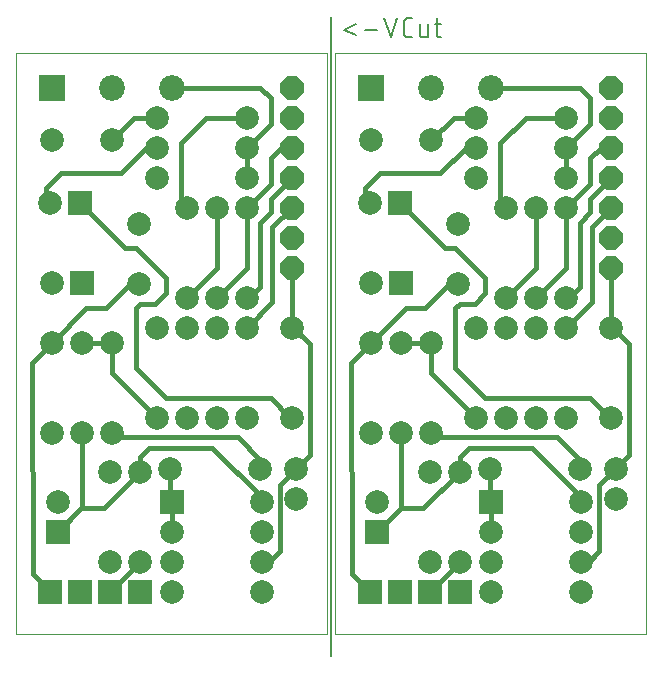
<source format=gtl>
G75*
%MOIN*%
%OFA0B0*%
%FSLAX25Y25*%
%IPPOS*%
%LPD*%
%AMOC8*
5,1,8,0,0,1.08239X$1,22.5*
%
%ADD10C,0.00000*%
%ADD11C,0.00600*%
%ADD12R,0.07874X0.07874*%
%ADD13C,0.07874*%
%ADD14R,0.08600X0.08600*%
%ADD15C,0.08600*%
%ADD16OC8,0.07874*%
%ADD17C,0.01600*%
D10*
X0001300Y0008800D02*
X0001300Y0202261D01*
X0105001Y0202261D01*
X0105001Y0008800D01*
X0001300Y0008800D01*
X0107800Y0008800D02*
X0107800Y0202261D01*
X0211501Y0202261D01*
X0211501Y0008800D01*
X0107800Y0008800D01*
D11*
X0106300Y0001300D02*
X0106300Y0214300D01*
X0110600Y0210089D02*
X0114867Y0208311D01*
X0117575Y0210089D02*
X0121841Y0210089D01*
X0124139Y0214000D02*
X0126272Y0207600D01*
X0128406Y0214000D01*
X0130633Y0212578D02*
X0130633Y0209022D01*
X0130635Y0208948D01*
X0130641Y0208873D01*
X0130651Y0208800D01*
X0130664Y0208726D01*
X0130681Y0208654D01*
X0130703Y0208583D01*
X0130727Y0208512D01*
X0130756Y0208444D01*
X0130788Y0208376D01*
X0130824Y0208311D01*
X0130862Y0208248D01*
X0130905Y0208186D01*
X0130950Y0208127D01*
X0130998Y0208070D01*
X0131049Y0208016D01*
X0131103Y0207965D01*
X0131160Y0207917D01*
X0131219Y0207872D01*
X0131281Y0207829D01*
X0131344Y0207791D01*
X0131409Y0207755D01*
X0131477Y0207723D01*
X0131545Y0207694D01*
X0131616Y0207670D01*
X0131687Y0207648D01*
X0131759Y0207631D01*
X0131833Y0207618D01*
X0131906Y0207608D01*
X0131981Y0207602D01*
X0132055Y0207600D01*
X0133477Y0207600D01*
X0135927Y0208667D02*
X0135927Y0211867D01*
X0133477Y0214000D02*
X0132055Y0214000D01*
X0131981Y0213998D01*
X0131906Y0213992D01*
X0131833Y0213982D01*
X0131759Y0213969D01*
X0131687Y0213952D01*
X0131616Y0213930D01*
X0131545Y0213906D01*
X0131477Y0213877D01*
X0131409Y0213845D01*
X0131344Y0213809D01*
X0131281Y0213771D01*
X0131219Y0213728D01*
X0131160Y0213683D01*
X0131103Y0213635D01*
X0131049Y0213584D01*
X0130998Y0213529D01*
X0130950Y0213473D01*
X0130905Y0213414D01*
X0130862Y0213352D01*
X0130824Y0213289D01*
X0130788Y0213224D01*
X0130756Y0213156D01*
X0130727Y0213088D01*
X0130703Y0213017D01*
X0130681Y0212946D01*
X0130664Y0212874D01*
X0130651Y0212800D01*
X0130641Y0212727D01*
X0130635Y0212652D01*
X0130633Y0212578D01*
X0135927Y0208667D02*
X0135929Y0208603D01*
X0135935Y0208538D01*
X0135944Y0208475D01*
X0135958Y0208412D01*
X0135975Y0208350D01*
X0135996Y0208289D01*
X0136021Y0208229D01*
X0136049Y0208171D01*
X0136081Y0208115D01*
X0136116Y0208061D01*
X0136154Y0208009D01*
X0136195Y0207959D01*
X0136240Y0207913D01*
X0136286Y0207868D01*
X0136336Y0207827D01*
X0136388Y0207789D01*
X0136442Y0207754D01*
X0136498Y0207722D01*
X0136556Y0207694D01*
X0136616Y0207669D01*
X0136677Y0207648D01*
X0136739Y0207631D01*
X0136802Y0207617D01*
X0136865Y0207608D01*
X0136930Y0207602D01*
X0136994Y0207600D01*
X0138772Y0207600D01*
X0138772Y0211867D01*
X0140955Y0211867D02*
X0143088Y0211867D01*
X0141666Y0214000D02*
X0141666Y0208667D01*
X0141668Y0208603D01*
X0141674Y0208538D01*
X0141683Y0208475D01*
X0141697Y0208412D01*
X0141714Y0208350D01*
X0141735Y0208289D01*
X0141760Y0208229D01*
X0141788Y0208171D01*
X0141820Y0208115D01*
X0141855Y0208061D01*
X0141893Y0208009D01*
X0141934Y0207959D01*
X0141979Y0207913D01*
X0142025Y0207868D01*
X0142075Y0207827D01*
X0142127Y0207789D01*
X0142181Y0207754D01*
X0142237Y0207722D01*
X0142295Y0207694D01*
X0142355Y0207669D01*
X0142416Y0207648D01*
X0142478Y0207631D01*
X0142541Y0207617D01*
X0142604Y0207608D01*
X0142669Y0207602D01*
X0142733Y0207600D01*
X0143088Y0207600D01*
X0114867Y0211867D02*
X0110600Y0210089D01*
D12*
X0129300Y0152300D03*
X0129800Y0125800D03*
X0159800Y0052800D03*
X0149300Y0022800D03*
X0139300Y0022800D03*
X0129300Y0022800D03*
X0119300Y0022800D03*
X0121800Y0042800D03*
X0053300Y0052800D03*
X0042800Y0022800D03*
X0032800Y0022800D03*
X0022800Y0022800D03*
X0012800Y0022800D03*
X0015300Y0042800D03*
X0023300Y0125800D03*
X0022800Y0152300D03*
D13*
X0012800Y0152300D03*
X0013300Y0173300D03*
X0033300Y0173300D03*
X0048300Y0170800D03*
X0048300Y0180800D03*
X0048300Y0160800D03*
X0058300Y0150800D03*
X0068300Y0150800D03*
X0078300Y0150800D03*
X0078300Y0160800D03*
X0078300Y0170800D03*
X0078300Y0180800D03*
X0042300Y0145300D03*
X0042300Y0125300D03*
X0048300Y0110800D03*
X0058300Y0110800D03*
X0058300Y0120800D03*
X0068300Y0120800D03*
X0078300Y0120800D03*
X0078300Y0110800D03*
X0068300Y0110800D03*
X0093300Y0110800D03*
X0119800Y0105800D03*
X0129800Y0105800D03*
X0139800Y0105800D03*
X0154800Y0110800D03*
X0164800Y0110800D03*
X0164800Y0120800D03*
X0174800Y0120800D03*
X0184800Y0120800D03*
X0184800Y0110800D03*
X0174800Y0110800D03*
X0199800Y0110800D03*
X0199800Y0080800D03*
X0184800Y0080800D03*
X0174800Y0080800D03*
X0164800Y0080800D03*
X0154800Y0080800D03*
X0139800Y0075800D03*
X0129800Y0075800D03*
X0119800Y0075800D03*
X0139300Y0062800D03*
X0149300Y0062800D03*
X0159300Y0063800D03*
X0159800Y0042800D03*
X0159800Y0032800D03*
X0159800Y0022800D03*
X0149300Y0032800D03*
X0139300Y0032800D03*
X0121800Y0052800D03*
X0094800Y0053800D03*
X0094800Y0063800D03*
X0083300Y0052800D03*
X0083300Y0042800D03*
X0083300Y0032800D03*
X0083300Y0022800D03*
X0053300Y0022800D03*
X0053300Y0032800D03*
X0053300Y0042800D03*
X0042800Y0032800D03*
X0032800Y0032800D03*
X0015300Y0052800D03*
X0032800Y0062800D03*
X0042800Y0062800D03*
X0052800Y0063800D03*
X0048300Y0080800D03*
X0058300Y0080800D03*
X0068300Y0080800D03*
X0078300Y0080800D03*
X0093300Y0080800D03*
X0082800Y0063800D03*
X0033300Y0075800D03*
X0023300Y0075800D03*
X0013300Y0075800D03*
X0013300Y0105800D03*
X0023300Y0105800D03*
X0033300Y0105800D03*
X0013300Y0125800D03*
X0119800Y0125800D03*
X0119300Y0152300D03*
X0119800Y0173300D03*
X0139800Y0173300D03*
X0154800Y0170800D03*
X0154800Y0180800D03*
X0154800Y0160800D03*
X0164800Y0150800D03*
X0174800Y0150800D03*
X0184800Y0150800D03*
X0184800Y0160800D03*
X0184800Y0170800D03*
X0184800Y0180800D03*
X0148800Y0145300D03*
X0148800Y0125300D03*
X0189300Y0063800D03*
X0189800Y0052800D03*
X0189800Y0042800D03*
X0189800Y0032800D03*
X0189800Y0022800D03*
X0201300Y0053800D03*
X0201300Y0063800D03*
D14*
X0119800Y0190800D03*
X0013300Y0190800D03*
D15*
X0033300Y0190800D03*
X0053300Y0190800D03*
X0139800Y0190800D03*
X0159800Y0190800D03*
D16*
X0199800Y0190800D03*
X0199800Y0180800D03*
X0199800Y0170800D03*
X0199800Y0160800D03*
X0199800Y0150800D03*
X0199800Y0140800D03*
X0199800Y0130800D03*
X0093300Y0130800D03*
X0093300Y0140800D03*
X0093300Y0150800D03*
X0093300Y0160800D03*
X0093300Y0170800D03*
X0093300Y0180800D03*
X0093300Y0190800D03*
D17*
X0086300Y0187300D02*
X0082800Y0190800D01*
X0053300Y0190800D01*
X0048300Y0180800D02*
X0040800Y0180800D01*
X0033300Y0173300D01*
X0036300Y0162300D02*
X0044800Y0170800D01*
X0048300Y0170800D01*
X0056300Y0172300D02*
X0064800Y0180800D01*
X0078300Y0180800D01*
X0086300Y0178800D02*
X0078300Y0170800D01*
X0078300Y0160800D01*
X0086300Y0158800D02*
X0078300Y0150800D01*
X0078300Y0130800D01*
X0068300Y0120800D01*
X0068300Y0130800D02*
X0068300Y0150800D01*
X0058300Y0150800D02*
X0056300Y0152800D01*
X0056300Y0172300D01*
X0036300Y0162300D02*
X0016300Y0162300D01*
X0011300Y0157300D01*
X0011300Y0153800D01*
X0012800Y0152300D01*
X0022800Y0152300D02*
X0037800Y0137300D01*
X0041300Y0137300D01*
X0051300Y0127300D01*
X0051300Y0122300D01*
X0047800Y0118800D01*
X0042800Y0118800D01*
X0041300Y0117300D01*
X0041300Y0097300D01*
X0051300Y0087300D01*
X0086300Y0087300D01*
X0092800Y0080800D01*
X0093300Y0080800D01*
X0099300Y0068300D02*
X0094800Y0063800D01*
X0089300Y0058300D01*
X0089300Y0036300D01*
X0085800Y0032800D01*
X0083300Y0032800D01*
X0083300Y0052800D02*
X0083300Y0054300D01*
X0066800Y0070800D01*
X0045800Y0070800D01*
X0042800Y0067800D01*
X0042800Y0062800D01*
X0030550Y0050550D01*
X0023050Y0050550D01*
X0023300Y0050800D01*
X0023300Y0075800D01*
X0033300Y0075800D02*
X0034800Y0074300D01*
X0075300Y0074300D01*
X0082800Y0066800D01*
X0082800Y0063800D01*
X0099300Y0068300D02*
X0099300Y0105300D01*
X0093800Y0110800D01*
X0093300Y0110800D01*
X0093300Y0130800D01*
X0082800Y0124300D02*
X0082800Y0145800D01*
X0086300Y0149300D01*
X0086300Y0153800D01*
X0093300Y0160800D01*
X0086300Y0158800D02*
X0086300Y0167300D01*
X0089800Y0170800D01*
X0093300Y0170800D01*
X0086300Y0178800D02*
X0086300Y0187300D01*
X0117800Y0157300D02*
X0117800Y0153800D01*
X0119300Y0152300D01*
X0117800Y0157300D02*
X0122800Y0162300D01*
X0142800Y0162300D01*
X0151300Y0170800D01*
X0154800Y0170800D01*
X0162800Y0172300D02*
X0171300Y0180800D01*
X0184800Y0180800D01*
X0192800Y0178800D02*
X0184800Y0170800D01*
X0184800Y0160800D01*
X0192800Y0158800D02*
X0184800Y0150800D01*
X0184800Y0130800D01*
X0174800Y0120800D01*
X0174800Y0130800D02*
X0174800Y0150800D01*
X0164800Y0150800D02*
X0162800Y0152800D01*
X0162800Y0172300D01*
X0154800Y0180800D02*
X0147300Y0180800D01*
X0139800Y0173300D01*
X0129300Y0152300D02*
X0144300Y0137300D01*
X0147800Y0137300D01*
X0157800Y0127300D01*
X0157800Y0122300D01*
X0154300Y0118800D01*
X0149300Y0118800D01*
X0147800Y0117300D01*
X0147800Y0097300D01*
X0157800Y0087300D01*
X0192800Y0087300D01*
X0199300Y0080800D01*
X0199800Y0080800D01*
X0205800Y0068300D02*
X0201300Y0063800D01*
X0195800Y0058300D01*
X0195800Y0036300D01*
X0192300Y0032800D01*
X0189800Y0032800D01*
X0189800Y0052800D02*
X0189800Y0054300D01*
X0173300Y0070800D01*
X0152300Y0070800D01*
X0149300Y0067800D01*
X0149300Y0062800D01*
X0137050Y0050550D01*
X0129550Y0050550D01*
X0129800Y0050800D01*
X0129800Y0075800D01*
X0139800Y0075800D02*
X0141300Y0074300D01*
X0181800Y0074300D01*
X0189300Y0066800D01*
X0189300Y0063800D01*
X0205800Y0068300D02*
X0205800Y0105300D01*
X0200300Y0110800D01*
X0199800Y0110800D01*
X0199800Y0130800D01*
X0189300Y0124300D02*
X0189300Y0145800D01*
X0192800Y0149300D01*
X0192800Y0153800D01*
X0199800Y0160800D01*
X0192800Y0158800D02*
X0192800Y0167300D01*
X0196300Y0170800D01*
X0199800Y0170800D01*
X0192800Y0178800D02*
X0192800Y0187300D01*
X0189300Y0190800D01*
X0159800Y0190800D01*
X0199800Y0150800D02*
X0193300Y0144300D01*
X0193300Y0119300D01*
X0184800Y0110800D01*
X0184800Y0120800D02*
X0185800Y0120800D01*
X0189300Y0124300D01*
X0174800Y0130800D02*
X0164800Y0120800D01*
X0148800Y0125300D02*
X0145800Y0125300D01*
X0137800Y0117300D01*
X0131300Y0117300D01*
X0119800Y0105800D01*
X0113143Y0099143D01*
X0113143Y0097302D01*
X0113524Y0028576D01*
X0119300Y0022800D01*
X0139300Y0022800D02*
X0149300Y0032800D01*
X0159800Y0042800D02*
X0159800Y0052800D01*
X0159300Y0053300D01*
X0159300Y0063800D01*
X0154800Y0078300D02*
X0154800Y0080800D01*
X0139800Y0095800D01*
X0139800Y0105800D01*
X0129800Y0105800D01*
X0086800Y0119300D02*
X0086800Y0144300D01*
X0093300Y0150800D01*
X0068300Y0130800D02*
X0058300Y0120800D01*
X0042300Y0125300D02*
X0039300Y0125300D01*
X0031300Y0117300D01*
X0024800Y0117300D01*
X0013300Y0105800D01*
X0006643Y0099143D01*
X0006643Y0097302D01*
X0007024Y0028576D01*
X0012800Y0022800D01*
X0032800Y0022800D02*
X0042800Y0032800D01*
X0053300Y0042800D02*
X0053300Y0052800D01*
X0052800Y0053300D01*
X0052800Y0063800D01*
X0048300Y0078300D02*
X0048300Y0080800D01*
X0033300Y0095800D01*
X0033300Y0105800D01*
X0023300Y0105800D01*
X0023050Y0050550D02*
X0015300Y0042800D01*
X0078300Y0110800D02*
X0086800Y0119300D01*
X0082800Y0124300D02*
X0079300Y0120800D01*
X0078300Y0120800D01*
X0129550Y0050550D02*
X0121800Y0042800D01*
M02*

</source>
